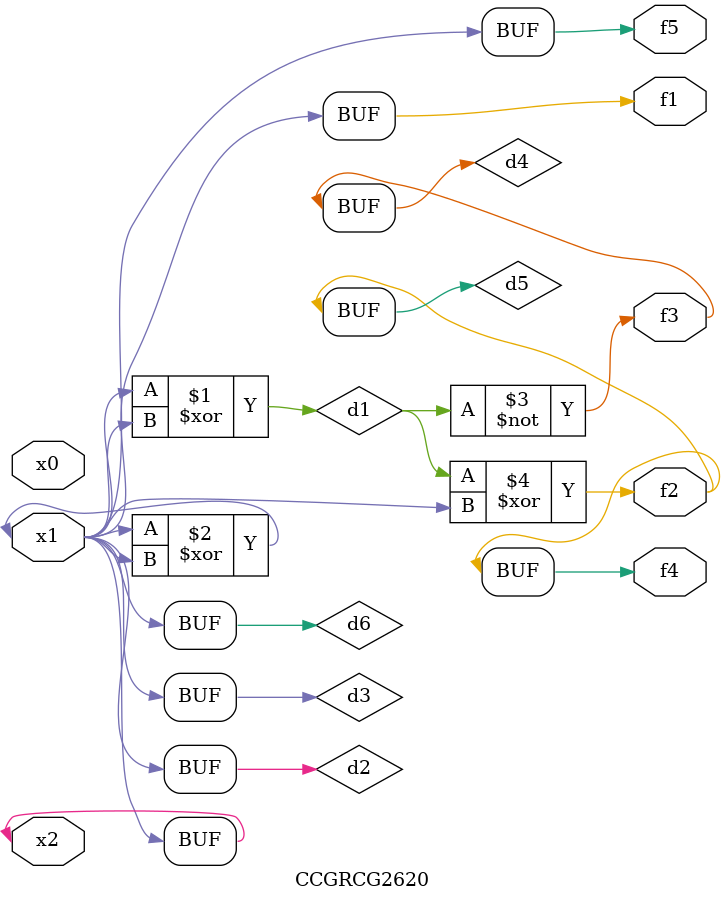
<source format=v>
module CCGRCG2620(
	input x0, x1, x2,
	output f1, f2, f3, f4, f5
);

	wire d1, d2, d3, d4, d5, d6;

	xor (d1, x1, x2);
	buf (d2, x1, x2);
	xor (d3, x1, x2);
	nor (d4, d1);
	xor (d5, d1, d2);
	buf (d6, d2, d3);
	assign f1 = d6;
	assign f2 = d5;
	assign f3 = d4;
	assign f4 = d5;
	assign f5 = d6;
endmodule

</source>
